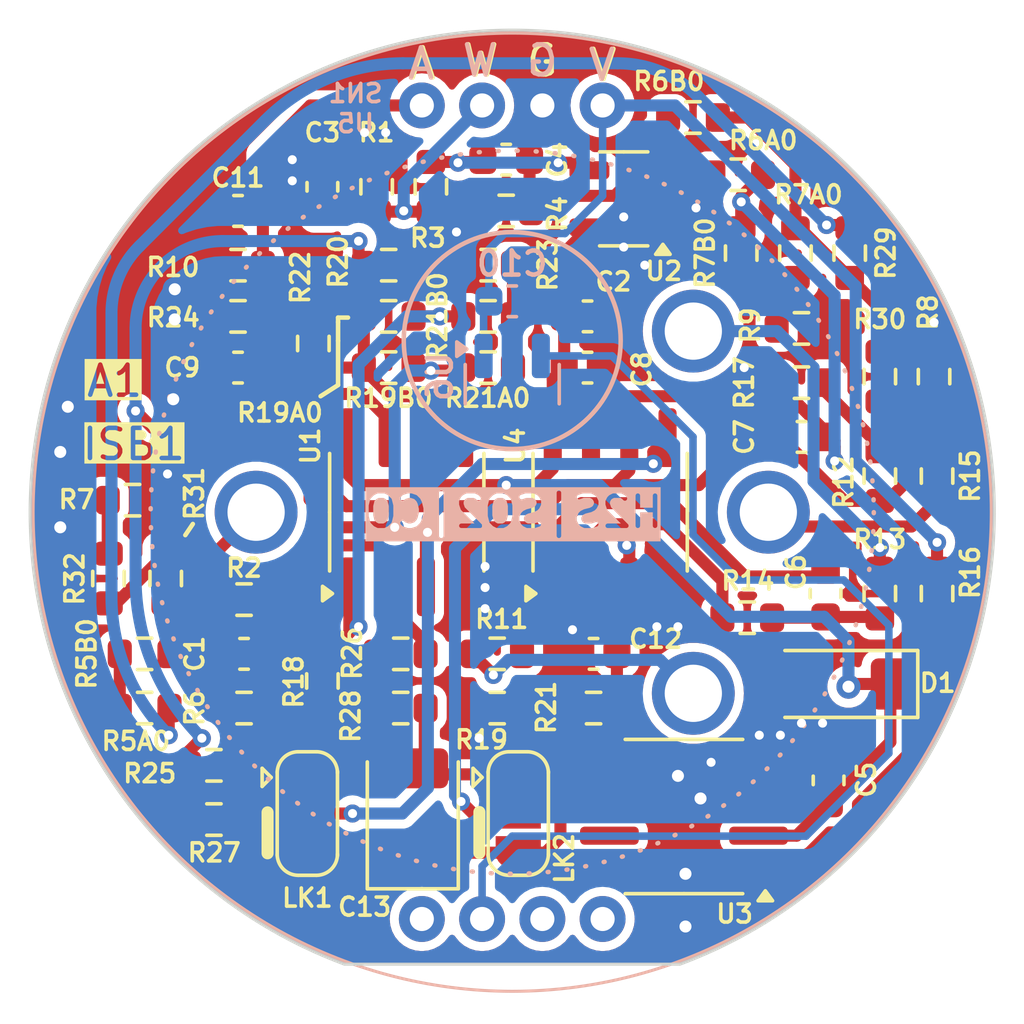
<source format=kicad_pcb>
(kicad_pcb (version 20240108) (generator "pcbnew") (generator_version "8.0")
  (layers (0 "F.Cu" signal) (31 "B.Cu" signal) (34 "B.Paste" user) (35 "F.Paste" user) (36 "B.SilkS" user "B.Silkscreen") (37 "F.SilkS" user "F.Silkscreen") (38 "B.Mask" user) (39 "F.Mask" user) (44 "Edge.Cuts" user))
  (net 0 "")
  (net 1 "Net-(SN1-CE)")
  (net 2 "Net-(C1-Pad2)")
  (net 3 "Net-(SN1-RE)")
  (net 4 "Net-(C4-Pad1)")
  (net 5 "Net-(U4A--)")
  (net 6 "Net-(SN1-WE)")
  (net 7 "Net-(U4B--)")
  (net 8 "Net-(C6-Pad1)")
  (net 9 "Net-(C6-Pad2)")
  (net 10 "VOFF")
  (net 11 "Net-(C7-Pad2)")
  (net 12 "Net-(C9-Pad1)")
  (net 13 "Net-(U1A--)")
  (net 14 "Net-(SN1-AE)")
  (net 15 "Net-(U1B--)")
  (net 16 "Net-(U1B-+)")
  (net 17 "Net-(R29-Pad2)")
  (net 18 "VPOT2")
  (net 19 "Net-(R18-Pad2)")
  (net 20 "GNDA")
  (net 21 "Net-(R32-Pad2)")
  (net 22 "VPOT1")
  (net 23 "Net-(R30-Pad2)")
  (net 24 "Net-(R12-Pad2)")
  (net 25 "Net-(U2-+)")
  (net 26 "Net-(U2--)")
  (net 27 "Net-(R19B0-Pad2)")
  (net 28 "VCC")
  (net 29 "+6V")
  (net 30 "Net-(LK1-B)")
  (net 31 "Net-(LK1-A)")
  (net 37 "O{slash}P1")
  (net 38 "O{slash}P2")
  (net 39 "+3V3")
  (net 40 "GND")
  (net 41 "TEMP")
  (net 42 "VMID")
  (net 43 "VCE")
  (footprint "Capacitor_SMD:C_0603_1608Metric" (layer "F.Cu") (at 116 78.7)
    (property "Reference" "C8")
    (property "Value" "100nF")
  )
  (footprint "Resistor_SMD:R_0603_1608Metric" (layer "F.Cu") (at 104.4 77)
    (property "Reference" "R24")
    (property "Value" "100R")
  )
  (footprint "Resistor_SMD:R_0603_1608Metric" (layer "F.Cu") (at 123.1 79.2)
    (property "Reference" "R17")
    (property "Value" "47K")
  )
  (footprint "Capacitor_SMD:C_0603_1608Metric" (layer "F.Cu") (at 123.1 81)
    (property "Reference" "C7")
    (property "Value" "220nF")
  )
  (footprint "Resistor_SMD:R_0603_1608Metric" (layer "F.Cu") (at 104.4 75.3 180)
    (property "Reference" "R10")
    (property "Value" "22K")
  )
  (footprint "Capacitor_SMD:C_0603_1608Metric" (layer "F.Cu") (at 104.6 88.2)
    (property "Reference" "C1")
    (property "Value" "220nF")
  )
  (footprint "Capacitor_SMD:C_0603_1608Metric" (layer "F.Cu") (at 104.4 73.5)
    (property "Reference" "C11")
    (property "Value" "220pF")
  )
  (footprint "Resistor_SMD:R_0603_1608Metric" (layer "F.Cu") (at 107.2 89.1 -90)
    (property "Reference" "R18")
    (property "Value" "47K")
  )
  (footprint "Resistor_SMD:R_0603_1608Metric" (layer "F.Cu") (at 102 85.7 90)
    (property "Reference" "R31")
    (property "Value" "4.7K")
  )
  (footprint "Package_SO:SOIC-8_3.9x4.9mm_P1.27mm" (layer "F.Cu") (at 110 83.5 90)
    (property "Reference" "U1")
    (property "Value" "LT6011")
  )
  (footprint "Capacitor_SMD:C_0603_1608Metric" (layer "F.Cu") (at 116.2 88.2)
    (property "Reference" "C12")
    (property "Value" "10uF")
  )
  (footprint "Resistor_SMD:R_0603_1608Metric" (layer "F.Cu") (at 101.3 88.2)
    (property "Reference" "R5B0")
    (property "Value" "0R")
  )
  (footprint "Resistor_SMD:R_0603_1608Metric" (layer "F.Cu") (at 100.1 85.7 90)
    (property "Reference" "R32")
    (property "Value" "4.7K")
  )
  (footprint "Resistor_SMD:R_0603_1608Metric" (layer "F.Cu") (at 122.9 74.9 90)
    (property "Reference" "R7A0")
    (property "Value" "DNP")
  )
  (footprint "Capacitor_SMD:C_0603_1608Metric" (layer "F.Cu") (at 107.2 72.7 -90)
    (property "Reference" "C3")
    (property "Value" "220pF")
  )
  (footprint "Package_SO:SOIC-8_3.9x4.9mm_P1.27mm" (layer "F.Cu") (at 116.75 83.5 90)
    (property "Reference" "U4")
    (property "Value" "LT6011")
  )
  (footprint "Resistor_SMD:R_0603_1608Metric" (layer "F.Cu") (at 112.7 75.3 180)
    (property "Reference" "R23")
    (property "Value" "1M")
  )
  (footprint "Resistor_SMD:R_0603_1608Metric" (layer "F.Cu") (at 109 72.7 90)
    (property "Reference" "R1")
    (property "Value" "22K")
  )
  (footprint "Resistor_SMD:R_0603_1608Metric" (layer "F.Cu") (at 113 88.2)
    (property "Reference" "R11")
    (property "Value" "10R")
  )
  (footprint "Capacitor_SMD:C_0603_1608Metric" (layer "F.Cu") (at 113.3 71.8)
    (property "Reference" "C4")
    (property "Value" "10nF")
  )
  (footprint "Resistor_SMD:R_0603_1608Metric" (layer "F.Cu") (at 109.8 88.2)
    (property "Reference" "R26")
    (property "Value" "1M")
  )
  (footprint "Resistor_SMD:R_0603_1608Metric" (layer "F.Cu") (at 113.3 73.5 180)
    (property "Reference" "R4")
    (property "Value" "1M")
  )
  (footprint "Capacitor_SMD:C_0603_1608Metric" (layer "F.Cu") (at 123.9 86.2 -90)
    (property "Reference" "C6")
    (property "Value" "1uF")
  )
  (footprint "Resistor_SMD:R_0603_1608Metric" (layer "F.Cu") (at 110.8 72.7 -90)
    (property "Reference" "R3")
    (property "Value" "100R")
  )
  (footprint "Resistor_SMD:R_0603_1608Metric" (layer "F.Cu") (at 106.9 77.9 90)
    (property "Reference" "R22")
    (property "Value" "1M")
  )
  (footprint "Resistor_SMD:R_0603_1608Metric" (layer "F.Cu") (at 123.1 77.4)
    (property "Reference" "R9")
    (property "Value" "1M")
  )
  (footprint "Capacitor_Tantalum_SMD:CP_EIA-3528-12_Kemet-T" (layer "F.Cu") (at 110.2 93.5375 90)
    (property "Reference" "C13")
    (property "Value" "100uF")
  )
  (footprint "Resistor_SMD:R_0603_1608Metric" (layer "F.Cu") (at 101.3 90)
    (property "Reference" "R5A0")
    (property "Value" "0R")
  )
  (footprint "Resistor_SMD:R_0603_1608Metric" (layer "F.Cu") (at 103.6 91.9 180)
    (property "Reference" "R25")
    (property "Value" "1M")
  )
  (footprint "Resistor_SMD:R_0603_1608Metric" (layer "F.Cu") (at 100.9 83.1)
    (property "Reference" "R7")
    (property "Value" "200K")
  )
  (footprint "Resistor_SMD:R_0603_1608Metric" (layer "F.Cu") (at 104.6 90)
    (property "Reference" "R6")
    (property "Value" "100K")
  )
  (footprint "Resistor_SMD:R_0603_1608Metric" (layer "F.Cu") (at 109.4 78.7)
    (property "Reference" "R19B0")
    (property "Value" "180K")
  )
  (footprint "Jumper:SolderJumper-3_P1.3mm_Open_RoundedPad1.0x1.5mm" (layer "F.Cu") (at 106.7 93.5 -90)
    (property "Reference" "LK1")
    (property "Value" "LK1")
  )
  (footprint "Capacitor_SMD:C_0603_1608Metric" (layer "F.Cu") (at 116 77)
    (property "Reference" "C2")
    (property "Value" "10uF")
  )
  (footprint "Package_TO_SOT_SMD:SOT-23-5" (layer "F.Cu") (at 117.2 73.1 180)
    (property "Reference" "U2")
    (property "Value" "TLV2211")
  )
  (footprint "Resistor_SMD:R_0603_1608Metric" (layer "F.Cu") (at 112.7 77 180)
    (property "Reference" "R21B0")
    (property "Value" "200K")
  )
  (footprint "Capacitor_SMD:C_0603_1608Metric" (layer "F.Cu") (at 104.4 78.7)
    (property "Reference" "C9")
    (property "Value" "10nF")
  )
  (footprint "Resistor_SMD:R_0603_1608Metric" (layer "F.Cu") (at 109.4 75.3 180)
    (property "Reference" "R20")
    (property "Value" "N/F")
  )
  (footprint "Resistor_SMD:R_0603_1608Metric" (layer "F.Cu") (at 124.7 74.9 -90)
    (property "Reference" "R29")
    (property "Value" "4.7K")
  )
  (footprint "Capacitor_SMD:C_0603_1608Metric" (layer "F.Cu") (at 124 92.4 -90)
    (property "Reference" "C5")
    (property "Value" "1uF")
  )
  (footprint "Resistor_SMD:R_0603_1608Metric" (layer "F.Cu") (at 125.7 86.2 -90)
    (property "Reference" "R13")
    (property "Value" "10K")
  )
  (footprint "Resistor_SMD:R_0603_1608Metric" (layer "F.Cu") (at 121.3 87 180)
    (property "Reference" "R14")
    (property "Value" "10K")
  )
  (footprint "Resistor_SMD:R_0603_1608Metric" (layer "F.Cu") (at 109.8 90)
    (property "Reference" "R28")
    (property "Value" "10K")
  )
  (footprint "Resistor_SMD:R_0603_1608Metric" (layer "F.Cu") (at 103.6 93.7)
    (property "Reference" "R27")
    (property "Value" "1M")
  )
  (footprint "Resistor_SMD:R_0603_1608Metric" (layer "F.Cu") (at 116.2 90 180)
    (property "Reference" "R21")
    (property "Value" "30K")
  )
  (footprint "Resistor_SMD:R_0603_1608Metric" (layer "F.Cu") (at 121 72.3)
    (property "Reference" "R6A0")
    (property "Value" "DNP")
  )
  (footprint "Jumper:SolderJumper-3_P1.3mm_Open_RoundedPad1.0x1.5mm" (layer "F.Cu") (at 113.7 93.5 -90)
    (property "Reference" "LK2")
    (property "Value" "LK2")
  )
  (footprint "Resistor_SMD:R_0603_1608Metric" (layer "F.Cu") (at 119.5 70.4)
    (property "Reference" "R6B0")
    (property "Value" "180K")
  )
  (footprint "Diode_SMD:D_MiniMELF" (layer "F.Cu") (at 124.3 89.2 180)
    (property "Reference" "D1")
    (property "Value" "BZV55-C6V8")
  )
  (footprint "Resistor_SMD:R_0603_1608Metric" (layer "F.Cu") (at 125.7 82.3 90)
    (property "Reference" "R12")
    (property "Value" "100K")
  )
  (footprint "Resistor_SMD:R_0603_1608Metric" (layer "F.Cu") (at 125.7 79 -90)
    (property "Reference" "R30")
    (property "Value" "4.7K")
  )
  (footprint "Resistor_SMD:R_0603_1608Metric" (layer "F.Cu") (at 112.7 78.7 180)
    (property "Reference" "R21A0")
    (property "Value" "DNP")
  )
  (footprint "Resistor_SMD:R_0603_1608Metric" (layer "F.Cu") (at 113 90 180)
    (property "Reference" "R19")
    (property "Value" "220K")
  )
  (footprint "Resistor_SMD:R_0603_1608Metric" (layer "F.Cu") (at 127.5 79 90)
    (property "Reference" "R8")
    (property "Value" "200K")
  )
  (footprint "Resistor_SMD:R_0603_1608Metric" (layer "F.Cu") (at 109.4 77)
    (property "Reference" "R19A0")
    (property "Value" "DNP")
  )
  (footprint "Resistor_SMD:R_0603_1608Metric" (layer "F.Cu") (at 127.6 82.3 90)
    (property "Reference" "R15")
    (property "Value" "47R")
  )
  (footprint "Resistor_SMD:R_0603_1608Metric" (layer "F.Cu") (at 127.6 86.2 -90)
    (property "Reference" "R16")
    (property "Value" "22R")
  )
  (footprint "Resistor_SMD:R_0603_1608Metric" (layer "F.Cu") (at 121.1 74.9 90)
    (property "Reference" "R7B0")
    (property "Value" "200K")
  )
  (footprint "Package_SO:SOIC-8_3.9x4.9mm_P1.27mm" (layer "F.Cu") (at 119.2 93.6 180)
    (property "Reference" "U3")
    (property "Value" "ISL21009BFB825Z")
  )
  (footprint "Resistor_SMD:R_0603_1608Metric" (layer "F.Cu") (at 104.6 86.4 180)
    (property "Reference" "R2")
    (property "Value" "47R")
  )
  (footprint "OGS_BASE:OGSB_2MM" (layer "B.Cu") (at 113.5 83.5 180)
    (property "Reference" "U5")
    (property "Value" "OGS")
  )
  (footprint "Capacitor_SMD:C_0603_1608Metric" (layer "B.Cu") (at 113.5 76.5 180)
    (property "Reference" "C10")
    (property "Value" "100nF")
  )
  (footprint "OIZOM_GAS_SENSOR:Alphasense-B4" (layer "B.Cu") (at 113.5 83.5 90)
    (property "Reference" "SN1")
    (property "Value" "~")
  )
  (footprint "Package_TO_SOT_SMD:SOT-23" (layer "B.Cu") (at 113.5 79.25 -90)
    (property "Reference" "U6")
    (property "Value" "MCP9700x-HTT")
  )
  (gr_circle (center 113.5 77.803167) (end 117.1 77.803167) (stroke (width 0.15)) (fill none) (layer "B.SilkS"))
  (gr_circle (center 113.5 83.5) (end 125.5 83.5) (stroke (width 0.15) (type dot)) (fill none) (layer "B.SilkS"))
  (gr_line (start 112.41 93.45) (end 112.41 94.81) (stroke (width 0.4)) (layer "F.SilkS"))
  (gr_line (start 107.72 79.28) (end 107.72 77.81) (stroke (width 0.15)) (layer "F.SilkS"))
  (gr_line (start 107.14 79.65) (end 107.72 79.28) (stroke (width 0.15)) (layer "F.SilkS"))
  (gr_line (start 107.72 77.04) (end 108.05 77.04) (stroke (width 0.15)) (layer "F.SilkS"))
  (gr_line (start 107.72 77.81) (end 107.72 77.19) (stroke (width 0.15)) (layer "F.SilkS"))
  (gr_line (start 105.38 93.46) (end 105.38 94.82) (stroke (width 0.4)) (layer "F.SilkS"))
  (gr_line (start 107.72 77.19) (end 107.72 77.04) (stroke (width 0.15)) (layer "F.SilkS"))
  (gr_line (start 102.9 83.89) (end 102.65 84.26) (stroke (width 0.15)) (layer "F.SilkS"))
  (gr_line (start 107.932236 98.499998) (end 119.067764 98.499998) (stroke (width 0.1)) (layer "Edge.Cuts"))
  (gr_arc (start 107.932236 98.499998) (mid 113.5 67.5) (end 119.067764 98.499998) (stroke (width 0.1)) (layer "Edge.Cuts"))
  (gr_text "W" (at 113.1 69.1 -0) (layer "B.SilkS") (effects (font (size 1 1)) (justify left bottom mirror)))
  (gr_text "A" (at 111 69.2 -0) (layer "B.SilkS") (effects (font (size 1 1)) (justify left bottom mirror)))
  (gr_text "V" (at 117 69.25 -0) (layer "B.SilkS") (effects (font (size 1 1)) (justify left bottom mirror)))
  (gr_text "H2S|SO2|CO" (at 113.55 84.08 0) (layer "B.SilkS" knockout) (effects (font (size 1 1)) (justify bottom mirror)))
  (gr_text "G" (at 115.1 69.1 -0) (layer "B.SilkS") (effects (font (size 1 1)) (justify left bottom mirror)))
  (gr_text "G" (at 113.9 69.1 0) (layer "F.SilkS") (effects (font (size 1 1)) (justify left bottom)))
  (gr_text "ISB1" (at 99.15 81.83 0) (layer "F.SilkS" knockout) (effects (font (size 1 1)) (justify left bottom)))
  (gr_text "V" (at 116 69.25 0) (layer "F.SilkS") (effects (font (size 1 1)) (justify left bottom)))
  (gr_text "A" (at 110 69.2 0) (layer "F.SilkS") (effects (font (size 1 1)) (justify left bottom)))
  (gr_text "W" (at 111.8 69.1 0) (layer "F.SilkS") (effects (font (size 1 1)) (justify left bottom)))
  (gr_text "A1" (at 99.3 79.73 0) (layer "F.SilkS" knockout) (effects (font (size 1 1)) (justify left bottom)))
  (segment (start 112.875 88.9) (end 112.175 88.2) (width 0.4) (layer "F.Cu") (net 1))
  (via (at 112.875 88.9) (size 0.6) (drill 0.3) (layers "F.Cu" "B.Cu") (net 1))
  (segment (start 118.4 88.4) (end 119.510408 89.510408) (width 0.4) (layer "B.Cu") (net 1))
  (segment (start 113.375 88.4) (end 118.4 88.4) (width 0.4) (layer "B.Cu") (net 1))
  (segment (start 112.875 88.9) (end 113.375 88.4) (width 0.4) (layer "B.Cu") (net 1))
  (segment (start 107.2 88.275) (end 107.32 88.275) (width 0.4) (layer "F.Cu") (net 2))
  (segment (start 108.095 85.975) (end 108.095 87.5) (width 0.4) (layer "F.Cu") (net 2))
  (segment (start 110.225 75.3) (end 110.225 77) (width 0.4) (layer "F.Cu") (net 2))
  (segment (start 111.1 77) (end 110.225 77) (width 0.4) (layer "F.Cu") (net 2))
  (segment (start 105.375 88.2) (end 107.125 88.2) (width 0.4) (layer "F.Cu") (net 2))
  (segment (start 111.1 77) (end 111.875 77) (width 0.4) (layer "F.Cu") (net 2))
  (segment (start 107.32 88.275) (end 108.095 87.5) (width 0.4) (layer "F.Cu") (net 2))
  (segment (start 108.095 85.975) (end 108.095 86.563665) (width 0.4) (layer "F.Cu") (net 2))
  (segment (start 107.125 88.2) (end 107.2 88.275) (width 0.4) (layer "F.Cu") (net 2))
  (via (at 108.4 87.3) (size 0.6) (drill 0.3) (layers "F.Cu" "B.Cu") (net 2))
  (via (at 111.1 77) (size 0.6) (drill 0.3) (layers "F.Cu" "B.Cu") (net 2))
  (arc (start 108.095 86.563665) (mid 108.174266 86.962166) (end 108.4 87.3) (width 0.4) (layer "F.Cu") (net 2))
  (segment (start 108.4 78.6) (end 108.4 87.3) (width 0.4) (layer "B.Cu") (net 2))
  (segment (start 110 77) (end 108.4 78.6) (width 0.4) (layer "B.Cu") (net 2))
  (segment (start 108.4 87.2) (end 108.4 87.3) (width 0.4) (layer "B.Cu") (net 2))
  (segment (start 108.3 87.3) (end 108.4 87.2) (width 0.4) (layer "B.Cu") (net 2))
  (segment (start 108.4 87.3) (end 108.3 87.3) (width 0.4) (layer "B.Cu") (net 2))
  (segment (start 111.1 77) (end 110 77) (width 0.4) (layer "B.Cu") (net 2))
  (segment (start 125.7 84.6745) (end 125.7 85.375) (width 0.4) (layer "F.Cu") (net 3))
  (via (at 125.7 84.6745) (size 0.6) (drill 0.3) (layers "F.Cu" "B.Cu") (net 3))
  (segment (start 123.5 82.4745) (end 125.7 84.6745) (width 0.4) (layer "B.Cu") (net 3))
  (segment (start 119.510408 77.489592) (end 122.289592 77.489592) (width 0.4) (layer "B.Cu") (net 3))
  (segment (start 123.5 78.7) (end 123.5 82.4745) (width 0.4) (layer "B.Cu") (net 3))
  (segment (start 122.289592 77.489592) (end 123.5 78.7) (width 0.4) (layer "B.Cu") (net 3))
  (segment (start 110.8 71.875) (end 111.675 71.875) (width 0.4) (layer "F.Cu") (net 4))
  (segment (start 111.7 71.9) (end 111.725 71.875) (width 0.4) (layer "F.Cu") (net 4))
  (segment (start 111.725 71.875) (end 112.45 71.875) (width 0.4) (layer "F.Cu") (net 4))
  (segment (start 111.675 71.875) (end 111.7 71.9) (width 0.4) (layer "F.Cu") (net 4))
  (segment (start 112.45 71.875) (end 112.525 71.8) (width 0.4) (layer "F.Cu") (net 4))
  (segment (start 115.0245 71.9) (end 115.8125 71.9) (width 0.4) (layer "F.Cu") (net 4))
  (segment (start 115.8125 71.9) (end 116.0625 72.15) (width 0.4) (layer "F.Cu") (net 4))
  (via (at 111.7 71.9) (size 0.6) (drill 0.3) (layers "F.Cu" "B.Cu") (net 4))
  (via (at 115.0245 71.9) (size 0.6) (drill 0.3) (layers "F.Cu" "B.Cu") (net 4))
  (segment (start 111.7 71.9) (end 115.0245 71.9) (width 0.4) (layer "B.Cu") (net 4))
  (segment (start 116.115 84.385) (end 116.6 83.9) (width 0.4) (layer "F.Cu") (net 5))
  (segment (start 120.475 85.775) (end 120.475 87) (width 0.4) (layer "F.Cu") (net 5))
  (segment (start 118.6 83.9) (end 120.475 85.775) (width 0.4) (layer "F.Cu") (net 5))
  (segment (start 116.6 83.9) (end 118.6 83.9) (width 0.4) (layer "F.Cu") (net 5))
  (segment (start 116.115 85.975) (end 116.115 84.385) (width 0.4) (layer "F.Cu") (net 5))
  (segment (start 126.75 83.975) (end 122.475 83.975) (width 0.4) (layer "F.Cu") (net 6))
  (segment (start 127.6 83.125) (end 126.75 83.975) (width 0.4) (layer "F.Cu") (net 6))
  (segment (start 122.475 83.975) (end 122 83.5) (width 0.4) (layer "F.Cu") (net 6))
  (segment (start 119.694975 82.6) (end 121.294975 81) (width 0.4) (layer "F.Cu") (net 7))
  (segment (start 116.9 82.6) (end 119.694975 82.6) (width 0.4) (layer "F.Cu") (net 7))
  (segment (start 125.95 83.125) (end 127.6 81.475) (width 0.4) (layer "F.Cu") (net 7))
  (segment (start 102.775 91.425) (end 102.775 91.9) (width 0.4) (layer "F.Cu") (net 7))
  (segment (start 125.7 83.125) (end 124.525 83.125) (width 0.4) (layer "F.Cu") (net 7))
  (segment (start 108.4 74.5) (end 108.4 75.125) (width 0.4) (layer "F.Cu") (net 7))
  (segment (start 101.56 80.7) (end 106.2 80.7) (width 0.4) (layer "F.Cu") (net 7))
  (segment (start 117.385 82.115) (end 116.9 82.6) (width 0.4) (layer "F.Cu") (net 7))
  (segment (start 117.385 81.025) (end 117.385 82.115) (width 0.4) (layer "F.Cu") (net 7))
  (segment (start 108.4 75.125) (end 108.575 75.3) (width 0.4) (layer "F.Cu") (net 7))
  (segment (start 107.375 81.875) (end 107.375 82.680878) (width 0.4) (layer "F.Cu") (net 7))
  (segment (start 121.294975 81) (end 122.325 81) (width 0.4) (layer "F.Cu") (net 7))
  (segment (start 115.35 82.6) (end 116.9 82.6) (width 0.4) (layer "F.Cu") (net 7))
  (segment (start 103.2 91) (end 102.775 91.425) (width 0.4) (layer "F.Cu") (net 7))
  (segment (start 122.4 81) (end 122.325 81) (width 0.4) (layer "F.Cu") (net 7))
  (segment (start 124.525 83.125) (end 122.4 81) (width 0.4) (layer "F.Cu") (net 7))
  (segment (start 106.2 80.7) (end 107.375 81.875) (width 0.4) (layer "F.Cu") (net 7))
  (segment (start 107.994122 83.3) (end 114.65 83.3) (width 0.4) (layer "F.Cu") (net 7))
  (segment (start 101 80.14) (end 101.56 80.7) (width 0.4) (layer "F.Cu") (net 7))
  (segment (start 125.7 83.125) (end 125.95 83.125) (width 0.4) (layer "F.Cu") (net 7))
  (segment (start 114.65 83.3) (end 115.35 82.6) (width 0.4) (layer "F.Cu") (net 7))
  (segment (start 107.375 82.680878) (end 107.994122 83.3) (width 0.4) (layer "F.Cu") (net 7))
  (via (at 103.2 91) (size 0.6) (drill 0.3) (layers "F.Cu" "B.Cu") (net 7))
  (via (at 101 80.14) (size 0.6) (drill 0.3) (layers "F.Cu" "B.Cu") (net 7))
  (via (at 108.4 74.5) (size 0.6) (drill 0.3) (layers "F.Cu" "B.Cu") (net 7))
  (segment (start 103.9 74.5) (end 108.4 74.5) (width 0.4) (layer "B.Cu") (net 7))
  (segment (start 101 85.688731) (end 101 77.4) (width 0.4) (layer "B.Cu") (net 7))
  (arc (start 103.2 91) (mid 101.571762 88.563169) (end 101 85.688731) (width 0.4) (layer "B.Cu") (net 7))
  (arc (start 101 77.4) (mid 101.84939 75.34939) (end 103.9 74.5) (width 0.4) (layer "B.Cu") (net 7))
  (segment (start 114.845 86.555) (end 113.7 87.7) (width 0.4) (layer "F.Cu") (net 8))
  (segment (start 114.845 85.975) (end 114.845 84.155) (width 0.4) (layer "F.Cu") (net 8))
  (segment (start 115.8 83.2) (end 118.8 83.2) (width 0.4) (layer "F.Cu") (net 8))
  (segment (start 121.2325 85.6325) (end 123.4 85.6325) (width 0.4) (layer "F.Cu") (net 8))
  (segment (start 114.845 85.975) (end 114.845 86.555) (width 0.4) (layer "F.Cu") (net 8))
  (segment (start 114.845 84.155) (end 115.8 83.2) (width 0.4) (layer "F.Cu") (net 8))
  (segment (start 118.8 83.2) (end 121.2325 85.6325) (width 0.4) (layer "F.Cu") (net 8))
  (segment (start 122.125 87) (end 123.875 87) (width 0.4) (layer "F.Cu") (net 9))
  (segment (start 123.9 86.975) (end 125.65 86.975) (width 0.4) (layer "F.Cu") (net 9))
  (segment (start 125.65 86.975) (end 125.7 87.025) (width 0.4) (layer "F.Cu") (net 9))
  (segment (start 123.875 87) (end 123.9 86.975) (width 0.4) (layer "F.Cu") (net 9))
  (segment (start 104.4 93.2) (end 104.4 91.7) (width 0.4) (layer "F.Cu") (net 10))
  (segment (start 108.2 90.8) (end 108.2 90.775) (width 0.4) (layer "F.Cu") (net 10))
  (segment (start 108.975 88.2) (end 108.975 90) (width 0.4) (layer "F.Cu") (net 10))
  (segment (start 105.2 90.9) (end 108.1 90.9) (width 0.4) (layer "F.Cu") (net 10))
  (segment (start 104.4 91.7) (end 105.2 90.9) (width 0.4) (layer "F.Cu") (net 10))
  (segment (start 108.1 90.9) (end 108.2 90.8) (width 0.4) (layer "F.Cu") (net 10))
  (segment (start 108.2 90.775) (end 108.975 90) (width 0.4) (layer "F.Cu") (net 10))
  (segment (start 124.2 81.125) (end 122.275 79.2) (width 0.4) (layer "F.Cu") (net 11))
  (segment (start 116.115 80.285) (end 116.75 79.65) (width 0.4) (layer "F.Cu") (net 11))
  (segment (start 121.1 73.2) (end 121.1 73.025) (width 0.4) (layer "F.Cu") (net 11))
  (segment (start 116.75 79.65) (end 121.825 79.65) (width 0.4) (layer "F.Cu") (net 11))
  (segment (start 121.1 74.075) (end 121.1 73.2) (width 0.4) (layer "F.Cu") (net 11))
  (segment (start 121.1 73.025) (end 121.825 72.3) (width 0.4) (layer "F.Cu") (net 11))
  (segment (start 124.2 81.8) (end 124.2 81.125) (width 0.4) (layer "F.Cu") (net 11))
  (segment (start 124.2 81.8) (end 124.2 81.325) (width 0.4) (layer "F.Cu") (net 11))
  (segment (start 121.825 79.65) (end 122.275 79.2) (width 0.4) (layer "F.Cu") (net 11))
  (segment (start 124.2 81.325) (end 123.875 81) (width 0.4) (layer "F.Cu") (net 11))
  (segment (start 116.115 81.025) (end 116.115 80.285) (width 0.4) (layer "F.Cu") (net 11))
  (via (at 124.2 81.8) (size 0.6) (drill 0.3) (layers "F.Cu" "B.Cu") (net 11))
  (via (at 121.1 73.2) (size 0.6) (drill 0.3) (layers "F.Cu" "B.Cu") (net 11))
  (segment (start 124.2 76.3) (end 121.1 73.2) (width 0.4) (layer "B.Cu") (net 11))
  (segment (start 124.2 81.8) (end 124.2 76.3) (width 0.4) (layer "B.Cu") (net 11))
  (segment (start 108.555 79.575) (end 104.4 79.575) (width 0.4) (layer "F.Cu") (net 12))
  (segment (start 104.4 79.575) (end 103.575 78.75) (width 0.4) (layer "F.Cu") (net 12))
  (segment (start 109.365 80.385) (end 108.555 79.575) (width 0.4) (layer "F.Cu") (net 12))
  (segment (start 103.575 78.75) (end 103.575 77) (width 0.4) (layer "F.Cu") (net 12))
  (segment (start 109.365 81.025) (end 109.365 80.385) (width 0.4) (layer "F.Cu") (net 12))
  (segment (start 103.825 88.2) (end 103.825 89.95) (width 0.4) (layer "F.Cu") (net 13))
  (segment (start 109 84.6) (end 109.365 84.965) (width 0.4) (layer "F.Cu") (net 13))
  (segment (start 109.365 86.565) (end 110.625 87.825) (width 0.4) (layer "F.Cu") (net 13))
  (segment (start 103.825 88) (end 105.425 86.4) (width 0.4) (layer "F.Cu") (net 13))
  (segment (start 103.825 88.2) (end 103.825 88) (width 0.4) (layer "F.Cu") (net 13))
  (segment (start 103.825 89.95) (end 103.775 90) (width 0.4) (layer "F.Cu") (net 13))
  (segment (start 107 84.6) (end 109 84.6) (width 0.4) (layer "F.Cu") (net 13))
  (segment (start 105.425 86.175) (end 107 84.6) (width 0.4) (layer "F.Cu") (net 13))
  (segment (start 105.425 86.4) (end 105.425 86.175) (width 0.4) (layer "F.Cu") (net 13))
  (segment (start 109.365 84.965) (end 109.365 85.975) (width 0.4) (layer "F.Cu") (net 13))
  (segment (start 109.365 85.975) (end 109.365 86.565) (width 0.4) (layer "F.Cu") (net 13))
  (segment (start 110.625 87.825) (end 110.625 88.2) (width 0.4) (layer "F.Cu") (net 13))
  (segment (start 103.775 84.725) (end 105 83.5) (width 0.4) (layer "F.Cu") (net 14))
  (segment (start 103.775 86.4) (end 103.775 84.725) (width 0.4) (layer "F.Cu") (net 14))
  (segment (start 108.8025 78.973972) (end 109.478528 79.65) (width 0.4) (layer "F.Cu") (net 15))
  (segment (start 110.15 79.65) (end 110.635 80.135) (width 0.4) (layer "F.Cu") (net 15))
  (segment (start 108.575 78.7) (end 108.575 77) (width 0.4) (layer "F.Cu") (net 15))
  (segment (start 108.575 78.7) (end 106.925 78.7) (width 0.4) (layer "F.Cu") (net 15))
  (segment (start 106.925 78.7) (end 106.9 78.725) (width 0.4) (layer "F.Cu") (net 15))
  (segment (start 106.9 78.725) (end 105.25 78.725) (width 0.4) (layer "F.Cu") (net 15))
  (segment (start 109.478528 79.65) (end 110.15 79.65) (width 0.4) (layer "F.Cu") (net 15))
  (segment (start 110.635 80.135) (end 110.635 81.025) (width 0.4) (layer "F.Cu") (net 15))
  (segment (start 111.905 81.025) (end 113.43 79.5) (width 0.4) (layer "F.Cu") (net 16))
  (segment (start 113.525 75.3) (end 113.525 77) (width 0.4) (layer "F.Cu") (net 16))
  (segment (start 113.525 79.475) (end 113.525 78.7) (width 0.4) (layer "F.Cu") (net 16))
  (segment (start 113.525 77) (end 113.525 78.7) (width 0.4) (layer "F.Cu") (net 16))
  (segment (start 113.5 79.5) (end 113.525 79.475) (width 0.4) (layer "F.Cu") (net 16))
  (segment (start 113.43 79.5) (end 113.5 79.5) (width 0.4) (layer "F.Cu") (net 16))
  (segment (start 125.7 76.725) (end 125.7 78.175) (width 0.4) (layer "F.Cu") (net 17))
  (segment (start 123.05 74.075) (end 124.7 75.725) (width 0.4) (layer "F.Cu") (net 17))
  (segment (start 124.7 75.725) (end 125.7 76.725) (width 0.4) (layer "F.Cu") (net 17))
  (segment (start 122.9 74.075) (end 123.05 74.075) (width 0.4) (layer "F.Cu") (net 17))
  (segment (start 122.9 71.980761) (end 122.9 74.075) (width 0.4) (layer "F.Cu") (net 17))
  (segment (start 121.319239 70.4) (end 122.9 71.980761) (width 0.4) (layer "F.Cu") (net 17))
  (segment (start 120.325 70.4) (end 121.319239 70.4) (width 0.4) (layer "F.Cu") (net 17))
  (segment (start 102 86.525) (end 102 88.075) (width 0.4) (layer "F.Cu") (net 18))
  (segment (start 102 88.075) (end 102.125 88.2) (width 0.4) (layer "F.Cu") (net 18))
  (segment (start 105.425 90) (end 107.125 90) (width 0.4) (layer "F.Cu") (net 19))
  (segment (start 107.125 90) (end 107.2 89.925) (width 0.4) (layer "F.Cu") (net 19))
  (segment (start 111.875 74.425) (end 111.65 74.2) (width 0.4) (layer "F.Cu") (net 20))
  (segment (start 111.875 75.3) (end 111.875 74.425) (width 0.4) (layer "F.Cu") (net 20))
  (via (at 117.9 75.3) (size 0.6) (drill 0.3) (layers "F.Cu" "B.Cu") (net 20))
  (via (at 120.1 91.8) (size 0.6) (drill 0.3) (layers "F.Cu" "B.Cu") (net 20))
  (via (at 98.5 84) (size 0.8) (drill 0.4) (layers "F.Cu" "B.Cu") (net 20))
  (via (at 119.6 73.4) (size 0.6) (drill 0.3) (layers "F.Cu" "B.Cu") (net 20))
  (via (at 112.4 91) (size 0.6) (drill 0.3) (layers "F.Cu" "B.Cu") (net 20))
  (via (at 118.3 87.3) (size 0.6) (drill 0.3) (layers "F.Cu" "B.Cu") (net 20))
  (via (at 111.65 74.2) (size 0.6) (drill 0.3) (layers "F.Cu" "B.Cu") (net 20))
  (via (at 117.2 73.7) (size 0.6) (drill 0.3) (layers "F.Cu" "B.Cu") (net 20))
  (via (at 119.25 97.25) (size 0.8) (drill 0.4) (layers "F.Cu" "B.Cu") (net 20))
  (via (at 112.6 85.3) (size 0.6) (drill 0.3) (layers "F.Cu" "B.Cu") (net 20))
  (via (at 123.8 90.5) (size 0.6) (drill 0.3) (layers "F.Cu" "B.Cu") (net 20))
  (via (at 119 87.3) (size 0.6) (drill 0.3) (layers "F.Cu" "B.Cu") (net 20))
  (via (at 115.5 87.4) (size 0.6) (drill 0.3) (layers "F.Cu" "B.Cu") (net 20))
  (via (at 98.5 81.5) (size 0.8) (drill 0.4) (layers "F.Cu" "B.Cu") (net 20))
  (via (at 106.2 72.5) (size 0.6) (drill 0.3) (layers "F.Cu" "B.Cu") (net 20))
  (via (at 102.3 76.1) (size 0.8) (drill 0.4) (layers "F.Cu" "B.Cu") (net 20))
  (via (at 98.75 80) (size 0.8) (drill 0.4) (layers "F.Cu" "B.Cu") (net 20))
  (via (at 121.2 78.7) (size 0.6) (drill 0.3) (layers "F.Cu" "B.Cu") (net 20))
  (via (at 106.2 71.8) (size 0.6) (drill 0.3) (layers "F.Cu" "B.Cu") (net 20))
  (via (at 108.6 70.9) (size 0.6) (drill 0.3) (layers "F.Cu" "B.Cu") (net 20))
  (via (at 109.3 70.9) (size 0.6) (drill 0.3) (layers "F.Cu" "B.Cu") (net 20))
  (via (at 112.6 86.7) (size 0.6) (drill 0.3) (layers "F.Cu" "B.Cu") (net 20))
  (via (at 122.4 90.9) (size 0.6) (drill 0.3) (layers "F.Cu" "B.Cu") (net 20))
  (via (at 102.06 82.23) (size 0.6) (drill 0.3) (layers "F.Cu" "B.Cu") (net 20))
  (via (at 117.2 74.7) (size 0.6) (drill 0.3) (layers "F.Cu" "B.Cu") (net 20))
  (via (at 112.6 86) (size 0.6) (drill 0.3) (layers "F.Cu" "B.Cu") (net 20))
  (via (at 119.25 95.5) (size 0.8) (drill 0.4) (layers "F.Cu" "B.Cu") (net 20))
  (via (at 102.25 79.75) (size 0.8) (drill 0.4) (layers "F.Cu" "B.Cu") (net 20))
  (via (at 123.1 90.5) (size 0.6) (drill 0.3) (layers "F.Cu" "B.Cu") (net 20))
  (via (at 102.3 77.1) (size 0.8) (drill 0.4) (layers "F.Cu" "B.Cu") (net 20))
  (via (at 127.5 77.2) (size 0.6) (drill 0.3) (layers "F.Cu" "B.Cu") (net 20))
  (via (at 119.75 93) (size 0.8) (drill 0.4) (layers "F.Cu" "B.Cu") (net 20))
  (via (at 119 92.25) (size 0.8) (drill 0.4) (layers "F.Cu" "B.Cu") (net 20))
  (via (at 121.7 90.9) (size 0.6) (drill 0.3) (layers "F.Cu" "B.Cu") (net 20))
  (segment (start 100.075 84.85) (end 100.1 84.875) (width 0.4) (layer "F.Cu") (net 21))
  (segment (start 100.075 83.1) (end 100.075 84.85) (width 0.4) (layer "F.Cu") (net 21))
  (segment (start 102.1 90.025) (end 102.125 90) (width 0.4) (layer "F.Cu") (net 22))
  (segment (start 124.592878 73.967878) (end 124.7 74.075) (width 0.4) (layer "F.Cu") (net 22))
  (segment (start 102.1 90.9) (end 102.1 90.025) (width 0.4) (layer "F.Cu") (net 22))
  (segment (start 123.932122 73.967878) (end 124.592878 73.967878) (width 0.4) (layer "F.Cu") (net 22))
  (via (at 102.1 90.9) (size 0.6) (drill 0.3) (layers "F.Cu" "B.Cu") (net 22))
  (via (at 123.932122 73.967878) (size 0.6) (drill 0.3) (layers "F.Cu" "B.Cu") (net 22))
  (segment (start 123.932122 73.967878) (end 119.670331 69.706088) (width 0.4) (layer "B.Cu") (net 22))
  (segment (start 101.165685 74.634314) (end 104.6 71.2) (width 0.4) (layer "B.Cu") (net 22))
  (segment (start 101.11924 74.68076) (end 101.165685 74.634314) (width 0.4) (layer "B.Cu") (net 22))
  (segment (start 100.2 86.312995) (end 100.2 76.9) (width 0.4) (layer "B.Cu") (net 22))
  (segment (start 117.000001 68.6) (end 109.872792 68.6) (width 0.4) (layer "B.Cu") (net 22))
  (segment (start 104.6 71.2) (end 105.31005 70.48995) (width 0.4) (layer "B.Cu") (net 22))
  (arc (start 102.1 90.9) (mid 100.693794 88.795465) (end 100.2 86.312995) (width 0.4) (layer "B.Cu") (net 22))
  (arc (start 100.2 76.9) (mid 100.438903 75.698956) (end 101.11924 74.68076) (width 0.4) (layer "B.Cu") (net 22))
  (arc (start 119.670331 69.706088) (mid 118.445174 68.887463) (end 117.000001 68.6) (width 0.4) (layer "B.Cu") (net 22))
  (arc (start 105.31005 70.48995) (mid 107.403453 69.091182) (end 109.872792 68.6) (width 0.4) (layer "B.Cu") (net 22))
  (segment (start 125.7 79.825) (end 127.5 79.825) (width 0.4) (layer "F.Cu") (net 23))
  (segment (start 125.7 81.3) (end 123.925 79.525) (width 0.4) (layer "F.Cu") (net 24))
  (segment (start 123.925 79.525) (end 123.925 79.2) (width 0.4) (layer "F.Cu") (net 24))
  (segment (start 125.7 81.475) (end 125.7 81.3) (width 0.4) (layer "F.Cu") (net 24))
  (segment (start 121.1 75.725) (end 122.9 75.725) (width 0.4) (layer "F.Cu") (net 25))
  (segment (start 122.275 77.4) (end 122.275 76.35) (width 0.4) (layer "F.Cu") (net 25))
  (segment (start 122.275 76.35) (end 122.9 75.725) (width 0.4) (layer "F.Cu") (net 25))
  (segment (start 121.1 75.725) (end 120.0125 75.725) (width 0.4) (layer "F.Cu") (net 25))
  (segment (start 120.0125 75.725) (end 118.3375 74.05) (width 0.4) (layer "F.Cu") (net 25))
  (segment (start 118.3 70.775) (end 118.3 72.1125) (width 0.4) (layer "F.Cu") (net 26))
  (segment (start 118.3375 72.15) (end 120.025 72.15) (width 0.4) (layer "F.Cu") (net 26))
  (segment (start 118.3 72.1125) (end 118.3375 72.15) (width 0.4) (layer "F.Cu") (net 26))
  (segment (start 114.075 71.8) (end 114.075 73.45) (width 0.4) (layer "F.Cu") (net 26))
  (segment (start 114.075 73.45) (end 114.125 73.5) (width 0.4) (layer "F.Cu") (net 26))
  (segment (start 118.675 70.4) (end 118.3 70.775) (width 0.4) (layer "F.Cu") (net 26))
  (segment (start 120.025 72.15) (end 120.175 72.3) (width 0.4) (layer "F.Cu") (net 26))
  (segment (start 114.125 73.5) (end 114.125 73) (width 0.4) (layer "F.Cu") (net 26))
  (segment (start 114.125 73) (end 116.9 73) (width 0.4) (layer "F.Cu") (net 26))
  (segment (start 116.9 73) (end 117.75 72.15) (width 0.4) (layer "F.Cu") (net 26))
  (segment (start 117.75 72.15) (end 118.3375 72.15) (width 0.4) (layer "F.Cu") (net 26))
  (segment (start 102.9 83.975) (end 102 84.875) (width 0.4) (layer "F.Cu") (net 27))
  (segment (start 111.7025 78.8) (end 110.8 78.8) (width 0.4) (layer "F.Cu") (net 27))
  (segment (start 106.775 82.275) (end 105.9 81.4) (width 0.4) (layer "F.Cu") (net 27))
  (segment (start 105.9 81.4) (end 103.8 81.4) (width 0.4) (layer "F.Cu") (net 27))
  (segment (start 109.6 84) (end 107.7 84) (width 0.4) (layer "F.Cu") (net 27))
  (segment (start 106.775 83.075) (end 106.775 82.275) (width 0.4) (layer "F.Cu") (net 27))
  (segment (start 100.1 86.525) (end 100.35 86.525) (width 0.4) (layer "F.Cu") (net 27))
  (segment (start 102.9 82.3) (end 102.9 83.975) (width 0.4) (layer "F.Cu") (net 27))
  (segment (start 107.7 84) (end 106.775 83.075) (width 0.4) (layer "F.Cu") (net 27))
  (segment (start 100.35 86.525) (end 102 84.875) (width 0.4) (layer "F.Cu") (net 27))
  (segment (start 103.8 81.4) (end 102.9 82.3) (width 0.4) (layer "F.Cu") (net 27))
  (via (at 109.6 84) (size 0.6) (drill 0.3) (layers "F.Cu" "B.Cu") (net 27))
  (via (at 110.8 78.8) (size 0.6) (drill 0.3) (layers "F.Cu" "B.Cu") (net 27))
  (segment (start 110.1 78.8) (end 110.8 78.8) (width 0.4) (layer "B.Cu") (net 27))
  (segment (start 109.6 79.3) (end 110.1 78.8) (width 0.4) (layer "B.Cu") (net 27))
  (segment (start 109.6 84) (end 109.6 79.3) (width 0.4) (layer "B.Cu") (net 27))
  (segment (start 127.6 85.375) (end 127.6 84.5) (width 0.4) (layer "F.Cu") (net 28))
  (via (at 127.6 84.5) (size 0.6) (drill 0.3) (layers "F.Cu" "B.Cu") (net 28))
  (segment (start 112.725 76.5) (end 112.725 74.775) (width 0.25) (layer "B.Cu") (net 28))
  (segment (start 112.55 78.3125) (end 112.55 76.675) (width 0.25) (layer "B.Cu") (net 28))
  (segment (start 118.9 70) (end 116.5 70) (width 0.4) (layer "B.Cu") (net 28))
  (segment (start 124.9 81.8) (end 124.9 76) (width 0.4) (layer "B.Cu") (net 28))
  (segment (start 115.25 74.25) (end 116.5 73) (width 0.25) (layer "B.Cu") (net 28))
  (segment (start 112.55 76.675) (end 112.725 76.5) (width 0.25) (layer "B.Cu") (net 28))
  (segment (start 124.9 76) (end 118.9 70) (width 0.4) (layer "B.Cu") (net 28))
  (segment (start 112.725 74.775) (end 113.25 74.25) (width 0.25) (layer "B.Cu") (net 28))
  (segment (start 116.5 73) (end 116.5 70) (width 0.25) (layer "B.Cu") (net 28))
  (segment (start 113.25 74.25) (end 115.25 74.25) (width 0.25) (layer "B.Cu") (net 28))
  (segment (start 127.6 84.5) (end 124.9 81.8) (width 0.4) (layer "B.Cu") (net 28))
  (segment (start 115.225 78.7) (end 115.225 77) (width 0.4) (layer "F.Cu") (net 29))
  (segment (start 115.225 74.8875) (end 116.0625 74.05) (width 0.4) (layer "F.Cu") (net 29))
  (segment (start 126.05 89.2) (end 127.6 87.65) (width 0.4) (layer "F.Cu") (net 29))
  (segment (start 108.095 81.025) (end 108.095 82.295) (width 0.4) (layer "F.Cu") (net 29))
  (segment (start 124 93.175) (end 126.05 91.125) (width 0.4) (layer "F.Cu") (net 29))
  (segment (start 114.3 82.6) (end 114.845 82.055) (width 0.4) (layer "F.Cu") (net 29))
  (segment (start 114.845 81.025) (end 114.845 79.08) (width 0.4) (layer "F.Cu") (net 29))
  (segment (start 114.845 79.08) (end 115.225 78.7) (width 0.4) (layer "F.Cu") (net 29))
  (segment (start 115.225 77) (end 115.225 74.8875) (width 0.4) (layer "F.Cu") (net 29))
  (segment (start 126.05 91.125) (end 126.05 89.2) (width 0.4) (layer "F.Cu") (net 29))
  (segment (start 113.3 82.6) (end 114.3 82.6) (width 0.4) (layer "F.Cu") (net 29))
  (segment (start 124.66 89.29) (end 124.75 89.2) (width 0.4) (layer "F.Cu") (net 29))
  (segment (start 124.75 89.2) (end 126.05 89.2) (width 0.4) (layer "F.Cu") (net 29))
  (segment (start 127.6 87.65) (end 127.6 87.025) (width 0.4) (layer "F.Cu") (net 29))
  (segment (start 121.675 94.235) (end 122.94 94.235) (width 0.4) (layer "F.Cu") (net 29))
  (segment (start 108.4 82.6) (end 113.3 82.6) (width 0.4) (layer "F.Cu") (net 29))
  (segment (start 114.845 82.055) (end 114.845 81.025) (width 0.4) (layer "F.Cu") (net 29))
  (segment (start 122.94 94.235) (end 124 93.175) (width 0.4) (layer "F.Cu") (net 29))
  (segment (start 108.095 82.295) (end 108.4 82.6) (width 0.4) (layer "F.Cu") (net 29))
  (via (at 124.66 89.29) (size 0.8) (drill 0.4) (layers "F.Cu" "B.Cu") (net 29))
  (via (at 113.3 82.6) (size 0.6) (drill 0.3) (layers "F.Cu" "B.Cu") (net 29))
  (segment (start 124.66 89.29) (end 124.66 87.78) (width 0.4) (layer "B.Cu") (net 29))
  (segment (start 123.85 86.97) (end 120.76 86.97) (width 0.4) (layer "B.Cu") (net 29))
  (segment (start 124.66 87.78) (end 123.85 86.97) (width 0.4) (layer "B.Cu") (net 29))
  (segment (start 120.76 86.97) (end 116.39 82.6) (width 0.4) (layer "B.Cu") (net 29))
  (segment (start 116.39 82.6) (end 113.3 82.6) (width 0.4) (layer "B.Cu") (net 29))
  (segment (start 116.5625 90.9) (end 115.6975 90.9) (width 0.4) (layer "F.Cu") (net 30))
  (segment (start 113.7 94.8) (end 110.475 94.8) (width 0.4) (layer "F.Cu") (net 30))
  (segment (start 115.235 92.965) (end 115.1 93.1) (width 0.4) (layer "F.Cu") (net 30))
  (segment (start 115.1 94.3) (end 114.6 94.8) (width 0.4) (layer "F.Cu") (net 30))
  (segment (start 102.775 93.7) (end 100.475 91.4) (width 0.4) (layer "F.Cu") (net 30))
  (segment (start 116.975 89.95) (end 117.025 90) (width 0.4) (layer "F.Cu") (net 30))
  (segment (start 116.725 92.965) (end 115.235 92.965) (width 0.4) (layer "F.Cu") (net 30))
  (segment (start 110.475 94.8) (end 110.2 95.075) (width 0.4) (layer "F.Cu") (net 30))
  (segment (start 117.025 90.4375) (end 116.5625 90.9) (width 0.4) (layer "F.Cu") (net 30))
  (segment (start 117.025 90) (end 117.025 90.4375) (width 0.4) (layer "F.Cu") (net 30))
  (segment (start 109.925 94.8) (end 110.2 95.075) (width 0.4) (layer "F.Cu") (net 30))
  (segment (start 116.975 88.2) (end 116.975 89.95) (width 0.4) (layer "F.Cu") (net 30))
  (segment (start 103.875 94.8) (end 106.7 94.8) (width 0.4) (layer "F.Cu") (net 30))
  (segment (start 102.775 93.7) (end 103.875 94.8) (width 0.4) (layer "F.Cu") (net 30))
  (segment (start 100.475 88.2) (end 100.475 90) (width 0.4) (layer "F.Cu") (net 30))
  (segment (start 106.7 94.8) (end 109.925 94.8) (width 0.4) (layer "F.Cu") (net 30))
  (segment (start 100.475 91.4) (end 100.475 90) (width 0.4) (layer "F.Cu") (net 30))
  (segment (start 115.6975 90.9) (end 115.1 91.4975) (width 0.4) (layer "F.Cu") (net 30))
  (segment (start 115.1 91.4975) (end 115.1 94.3) (width 0.4) (layer "F.Cu") (net 30))
  (segment (start 114.6 94.8) (end 113.7 94.8) (width 0.4) (layer "F.Cu") (net 30))
  (segment (start 110.5975 90) (end 110.5975 91.6025) (width 0.4) (layer "F.Cu") (net 31))
  (segment (start 113.5975 90) (end 113.5975 92.0975) (width 0.4) (layer "F.Cu") (net 31))
  (segment (start 110 92.2) (end 110.2 92) (width 0.4) (layer "F.Cu") (net 31))
  (segment (start 113.7 92.2) (end 110.4 92.2) (width 0.4) (layer "F.Cu") (net 31))
  (segment (start 106.7 92.2) (end 110 92.2) (width 0.4) (layer "F.Cu") (net 31))
  (segment (start 110.5975 91.6025) (end 110.2 92) (width 0.4) (layer "F.Cu") (net 31))
  (segment (start 110.4 92.2) (end 110.2 92) (width 0.4) (layer "F.Cu") (net 31))
  (segment (start 113.5975 92.0975) (end 113.7 92.2) (width 0.4) (layer "F.Cu") (net 31))
  (segment (start 115.4025 90) (end 113.5975 90) (width 0.4) (layer "F.Cu") (net 31))
  (segment (start 109.875 73.525) (end 109 73.525) (width 0.4) (layer "F.Cu") (net 37))
  (segment (start 110.825 73.5) (end 110.8 73.525) (width 0.4) (layer "F.Cu") (net 37))
  (segment (start 107.25 73.525) (end 107.2 73.475) (width 0.4) (layer "F.Cu") (net 37))
  (segment (start 112.475 73.5) (end 110.825 73.5) (width 0.4) (layer "F.Cu") (net 37))
  (segment (start 109.9 73.5) (end 109.875 73.525) (width 0.4) (layer "F.Cu") (net 37))
  (segment (start 110.8 73.525) (end 109.925 73.525) (width 0.4) (layer "F.Cu") (net 37))
  (segment (start 109.925 73.525) (end 109.9 73.5) (width 0.4) (layer "F.Cu") (net 37))
  (segment (start 109 73.525) (end 107.25 73.525) (width 0.4) (layer "F.Cu") (net 37))
  (via (at 109.9 73.5) (size 0.6) (drill 0.3) (layers "F.Cu" "B.Cu") (net 37))
  (segment (start 109.9 72.6) (end 112.5 70) (width 0.4) (layer "B.Cu") (net 37))
  (segment (start 109.9 73.5) (end 109.9 72.6) (width 0.4) (layer "B.Cu") (net 37))
  (segment (start 106.8 70) (end 110.5 70) (width 0.4) (layer "F.Cu") (net 38))
  (segment (start 105.3 77.075) (end 105.225 77) (width 0.4) (layer "F.Cu") (net 38))
  (segment (start 105.225 77) (end 105.225 73.45) (width 0.4) (layer "F.Cu") (net 38))
  (segment (start 106.9 77.075) (end 105.3 77.075) (width 0.4) (layer "F.Cu") (net 38))
  (segment (start 105.175 71.625) (end 106.8 70) (width 0.4) (layer "F.Cu") (net 38))
  (segment (start 105.175 73.5) (end 105.175 71.625) (width 0.4) (layer "F.Cu") (net 38))
  (segment (start 124.5 85.75) (end 126 87.25) (width 0.25) (layer "B.Cu") (net 41))
  (segment (start 121 85.75) (end 124.5 85.75) (width 0.25) (layer "B.Cu") (net 41))
  (segment (start 116.8125 78.3125) (end 119.5 81) (width 0.25) (layer "B.Cu") (net 41))
  (segment (start 126 87.25) (end 126 91.5) (width 0.25) (layer "B.Cu") (net 41))
  (segment (start 126 91.5) (end 123.25 94.25) (width 0.25) (layer "B.Cu") (net 41))
  (segment (start 123.25 94.25) (end 113.5 94.25) (width 0.25) (layer "B.Cu") (net 41))
  (segment (start 113.5 94.25) (end 112.5 95.25) (width 0.25) (layer "B.Cu") (net 41))
  (segment (start 112.5 95.25) (end 112.5 97) (width 0.25) (layer "B.Cu") (net 41))
  (segment (start 119.5 84.25) (end 121 85.75) (width 0.25) (layer "B.Cu") (net 41))
  (segment (start 114.45 78.3125) (end 116.8125 78.3125) (width 0.25) (layer "B.Cu") (net 41))
  (segment (start 119.5 81) (end 119.5 84.25) (width 0.25) (layer "B.Cu") (net 41))
  (segment (start 118.183131 81.892155) (end 118.183131 81.496869) (width 0.4) (layer "F.Cu") (net 42))
  (segment (start 110.688624 84.168563) (end 110.635 84.222187) (width 0.4) (layer "F.Cu") (net 42))
  (segment (start 106.7 93.5) (end 108.2 93.5) (width 0.4) (layer "F.Cu") (net 42))
  (segment (start 110.635 84.222187) (end 110.635 85.975) (width 0.4) (layer "F.Cu") (net 42))
  (segment (start 118.183131 81.496869) (end 118.655 81.025) (width 0.4) (layer "F.Cu") (net 42))
  (via (at 118.183131 81.892155) (size 0.6) (drill 0.3) (layers "F.Cu" "B.Cu") (net 42))
  (via (at 108.2 93.5) (size 0.6) (drill 0.3) (layers "F.Cu" "B.Cu") (net 42))
  (via (at 110.688624 84.168563) (size 0.6) (drill 0.3) (layers "F.Cu" "B.Cu") (net 42))
  (segment (start 112.5 81.9) (end 110.7 83.7) (width 0.4) (layer "B.Cu") (net 42))
  (segment (start 110.7 84.157187) (end 110.688624 84.168563) (width 0.4) (layer "B.Cu") (net 42))
  (segment (start 118.175286 81.9) (end 112.5 81.9) (width 0.4) (layer "B.Cu") (net 42))
  (segment (start 118.183131 81.892155) (end 118.175286 81.9) (width 0.4) (layer "B.Cu") (net 42))
  (segment (start 110.7 92.65) (end 109.85 93.5) (width 0.4) (layer "B.Cu") (net 42))
  (segment (start 109.85 93.5) (end 108.2 93.5) (width 0.4) (layer "B.Cu") (net 42))
  (segment (start 110.7 83.7) (end 110.7 84.157187) (width 0.4) (layer "B.Cu") (net 42))
  (segment (start 110.688624 84.168563) (end 110.7 84.179939) (width 0.4) (layer "B.Cu") (net 42))
  (segment (start 110.7 84.179939) (end 110.7 92.65) (width 0.4) (layer "B.Cu") (net 42))
  (segment (start 117.385 84.6845) (end 117.385 85.975) (width 0.4) (layer "F.Cu") (net 43))
  (segment (start 111.8 93.1) (end 112.2 93.5) (width 0.4) (layer "F.Cu") (net 43))
  (segment (start 112.2 93.5) (end 113.7 93.5) (width 0.4) (layer "F.Cu") (net 43))
  (segment (start 117.3 84.5995) (end 117.385 84.6845) (width 0.4) (layer "F.Cu") (net 43))
  (via (at 111.8 93.1) (size 0.6) (drill 0.3) (layers "F.Cu" "B.Cu") (net 43))
  (via (at 117.3 84.5995) (size 0.6) (drill 0.3) (layers "F.Cu" "B.Cu") (net 43))
  (segment (start 111.8 93.1) (end 111.6 92.9) (width 0.4) (layer "B.Cu") (net 43))
  (segment (start 111.6 84.7) (end 112.9 83.4) (width 0.4) (layer "B.Cu") (net 43))
  (segment (start 112.9 83.4) (end 116.2 83.4) (width 0.4) (layer "B.Cu") (net 43))
  (segment (start 117.3 84.5) (end 117.3 84.5995) (width 0.4) (layer "B.Cu") (net 43))
  (segment (start 116.2 83.4) (end 117.3 84.5) (width 0.4) (layer "B.Cu") (net 43))
  (segment (start 111.6 92.9) (end 111.6 84.7) (width 0.4) (layer "B.Cu") (net 43))
  (zone (net 20) (net_name "GNDA") (layers "F&B.Cu") (connect_pads yes (clearance 0.3)) (min_thickness 0.25) (fill yes (thermal_gap 0.5) (thermal_bridge_width 0.5) (smoothing fillet) (radius 0.3))
    (polygon (pts (xy 96.5 66.5) (xy 130.5 66.5) (xy 130.5 100.5) (xy 96.5 100.5)))
  )
)
</source>
